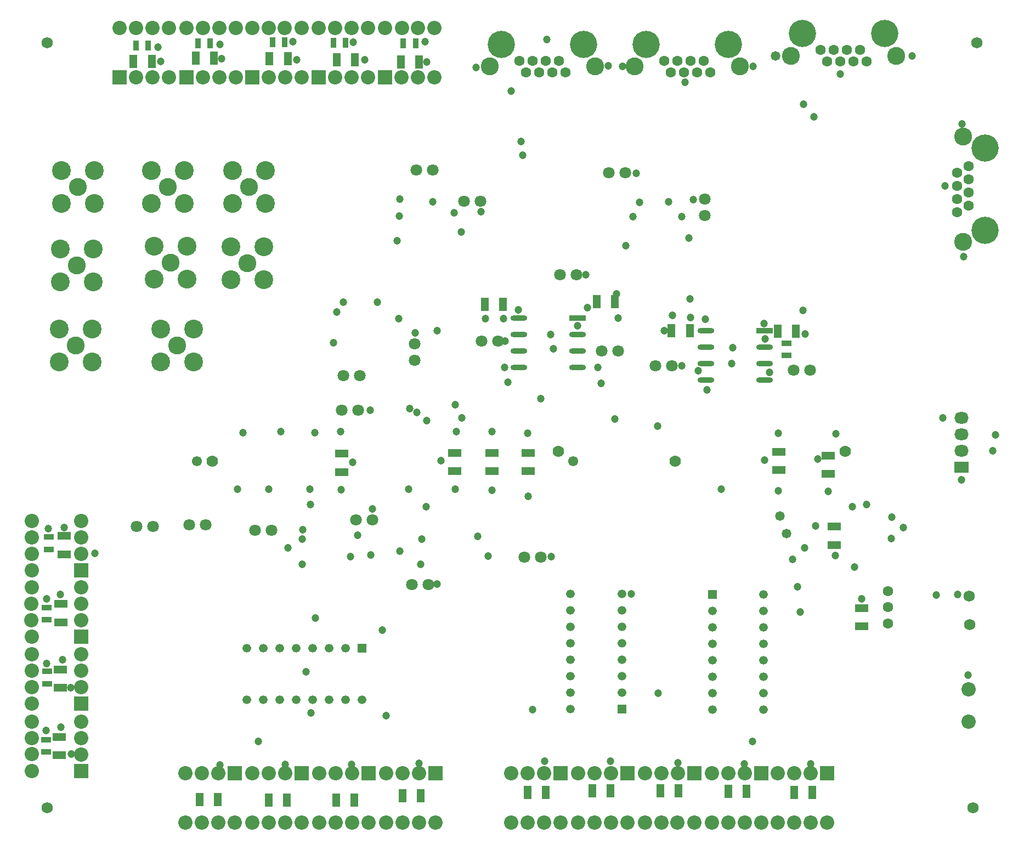
<source format=gbs>
G04*
G04 #@! TF.GenerationSoftware,Altium Limited,Altium Designer,20.1.8 (145)*
G04*
G04 Layer_Color=16711935*
%FSLAX25Y25*%
%MOIN*%
G70*
G04*
G04 #@! TF.SameCoordinates,44B5AA11-E380-4430-9A95-22E2941CD606*
G04*
G04*
G04 #@! TF.FilePolarity,Negative*
G04*
G01*
G75*
%ADD35R,0.04816X0.07965*%
%ADD36R,0.07965X0.04816*%
%ADD39O,0.10052X0.03359*%
%ADD40R,0.10052X0.03359*%
%ADD41R,0.03556X0.05918*%
%ADD48C,0.08674*%
%ADD49R,0.08674X0.08674*%
%ADD50C,0.06312*%
%ADD51C,0.16548*%
%ADD52C,0.10918*%
%ADD53C,0.07099*%
%ADD54R,0.08674X0.08674*%
%ADD55C,0.06800*%
%ADD56R,0.05249X0.05249*%
%ADD57C,0.05249*%
%ADD58R,0.08674X0.07099*%
%ADD59O,0.08674X0.07099*%
%ADD60R,0.05249X0.05249*%
%ADD61C,0.06107*%
%ADD62C,0.07000*%
%ADD63C,0.11430*%
%ADD64C,0.04737*%
%ADD65C,0.05800*%
%ADD87R,0.05918X0.03556*%
D35*
X283976Y323500D02*
D03*
X295000D02*
D03*
X397476Y307500D02*
D03*
X408500D02*
D03*
X473012Y307000D02*
D03*
X461988D02*
D03*
X320866Y26772D02*
D03*
X309842D02*
D03*
X360236Y27953D02*
D03*
X349213D02*
D03*
X401575D02*
D03*
X390551D02*
D03*
X442913Y27559D02*
D03*
X431890D02*
D03*
X483071Y26772D02*
D03*
X472047D02*
D03*
X121653Y22441D02*
D03*
X110630D02*
D03*
X163779Y22047D02*
D03*
X152756D02*
D03*
X204724D02*
D03*
X193701D02*
D03*
X244882Y24803D02*
D03*
X233858D02*
D03*
X70472Y471260D02*
D03*
X81496D02*
D03*
X108268Y473228D02*
D03*
X119291D02*
D03*
X153150Y472835D02*
D03*
X164173D02*
D03*
X194095Y472047D02*
D03*
X205118D02*
D03*
X233071Y470866D02*
D03*
X244094D02*
D03*
X351988Y325000D02*
D03*
X363012D02*
D03*
D36*
X28346Y171653D02*
D03*
Y182677D02*
D03*
X26378Y130315D02*
D03*
Y141339D02*
D03*
X25984Y90551D02*
D03*
Y101575D02*
D03*
X25197Y49606D02*
D03*
Y60630D02*
D03*
X512992Y138976D02*
D03*
Y127953D02*
D03*
X496453Y177299D02*
D03*
Y188323D02*
D03*
X196850Y221654D02*
D03*
Y232677D02*
D03*
X462598Y222835D02*
D03*
Y233858D02*
D03*
X492520Y220472D02*
D03*
Y231496D02*
D03*
X310236Y233071D02*
D03*
Y222047D02*
D03*
X265748Y233071D02*
D03*
Y222047D02*
D03*
X288189Y233071D02*
D03*
Y222047D02*
D03*
D39*
X454000Y297500D02*
D03*
Y287500D02*
D03*
Y277500D02*
D03*
X418173Y307500D02*
D03*
Y297500D02*
D03*
Y287500D02*
D03*
Y277500D02*
D03*
X340327Y305000D02*
D03*
Y295000D02*
D03*
Y285000D02*
D03*
X304500Y315000D02*
D03*
Y305000D02*
D03*
Y295000D02*
D03*
Y285000D02*
D03*
D40*
X454000Y307500D02*
D03*
X340327Y315000D02*
D03*
D41*
X71850Y480709D02*
D03*
X79331D02*
D03*
X109646Y482283D02*
D03*
X117126D02*
D03*
X154921Y482677D02*
D03*
X162402D02*
D03*
X191831Y482382D02*
D03*
X199311D02*
D03*
X234449Y482283D02*
D03*
X241929D02*
D03*
D48*
X8500Y181882D02*
D03*
Y171941D02*
D03*
X8520Y191902D02*
D03*
Y161902D02*
D03*
X38520Y191902D02*
D03*
Y181902D02*
D03*
Y171902D02*
D03*
X577953Y69685D02*
D03*
Y89370D02*
D03*
X481890Y38484D02*
D03*
X471890D02*
D03*
X461890D02*
D03*
X491890Y8484D02*
D03*
X461890D02*
D03*
X481850Y8465D02*
D03*
X471910D02*
D03*
X431890D02*
D03*
X441831D02*
D03*
X421870Y8484D02*
D03*
X451870D02*
D03*
X421870Y38484D02*
D03*
X431870D02*
D03*
X441870D02*
D03*
X401181Y38583D02*
D03*
X391181D02*
D03*
X381181D02*
D03*
X411181Y8583D02*
D03*
X381181D02*
D03*
X401142Y8563D02*
D03*
X391201D02*
D03*
X350650D02*
D03*
X360591D02*
D03*
X340630Y8583D02*
D03*
X370630D02*
D03*
X340630Y38583D02*
D03*
X350630D02*
D03*
X360630D02*
D03*
X320079D02*
D03*
X310079D02*
D03*
X300079D02*
D03*
X330079Y8583D02*
D03*
X300079D02*
D03*
X320039Y8563D02*
D03*
X310098D02*
D03*
X111909D02*
D03*
X121850D02*
D03*
X101890Y8583D02*
D03*
X131890D02*
D03*
X101890Y38583D02*
D03*
X111890D02*
D03*
X121890D02*
D03*
X162598D02*
D03*
X152598D02*
D03*
X142598D02*
D03*
X172598Y8583D02*
D03*
X142598D02*
D03*
X162559Y8563D02*
D03*
X152618D02*
D03*
X193327D02*
D03*
X203268D02*
D03*
X183307Y8583D02*
D03*
X213307D02*
D03*
X183307Y38583D02*
D03*
X193307D02*
D03*
X203307D02*
D03*
X244094D02*
D03*
X234095D02*
D03*
X224095D02*
D03*
X254095Y8583D02*
D03*
X224095D02*
D03*
X244055Y8563D02*
D03*
X234114D02*
D03*
X243441Y491500D02*
D03*
X233500D02*
D03*
X253461Y491480D02*
D03*
X223461D02*
D03*
X253461Y461480D02*
D03*
X243461D02*
D03*
X233461D02*
D03*
X112520D02*
D03*
X122520D02*
D03*
X132520D02*
D03*
X102520Y491480D02*
D03*
X132520D02*
D03*
X112559Y491500D02*
D03*
X122500D02*
D03*
X162480Y491520D02*
D03*
X152539D02*
D03*
X172500Y491500D02*
D03*
X142500D02*
D03*
X172500Y461500D02*
D03*
X162500D02*
D03*
X152500D02*
D03*
X72020Y461480D02*
D03*
X82020D02*
D03*
X92020D02*
D03*
X62020Y491480D02*
D03*
X92020D02*
D03*
X72059Y491500D02*
D03*
X82000D02*
D03*
X203000D02*
D03*
X193059D02*
D03*
X213020Y491480D02*
D03*
X183020D02*
D03*
X213020Y461480D02*
D03*
X203020D02*
D03*
X193020D02*
D03*
X8555Y100787D02*
D03*
Y90847D02*
D03*
X8575Y110807D02*
D03*
Y80807D02*
D03*
X38575Y110807D02*
D03*
Y100807D02*
D03*
Y90807D02*
D03*
X38500Y131441D02*
D03*
Y141441D02*
D03*
Y151441D02*
D03*
X8500Y121441D02*
D03*
Y151441D02*
D03*
X8480Y131480D02*
D03*
Y141421D02*
D03*
X8555Y59941D02*
D03*
Y50000D02*
D03*
X8575Y69961D02*
D03*
Y39961D02*
D03*
X38575Y69961D02*
D03*
Y59961D02*
D03*
Y49961D02*
D03*
D49*
X38520Y161902D02*
D03*
X38575Y80807D02*
D03*
X38500Y121441D02*
D03*
X38575Y39961D02*
D03*
D50*
X421079Y464492D02*
D03*
X413047D02*
D03*
X405016D02*
D03*
X396984D02*
D03*
X417063Y471500D02*
D03*
X409031D02*
D03*
X401000D02*
D03*
X392969D02*
D03*
X333000Y464500D02*
D03*
X324969D02*
D03*
X316937D02*
D03*
X308906D02*
D03*
X328984Y471508D02*
D03*
X320953D02*
D03*
X312921D02*
D03*
X304890D02*
D03*
X570992Y379453D02*
D03*
Y387484D02*
D03*
Y395516D02*
D03*
Y403547D02*
D03*
X578000Y383469D02*
D03*
Y391500D02*
D03*
Y399532D02*
D03*
Y407563D02*
D03*
X516079Y470992D02*
D03*
X508047D02*
D03*
X500016D02*
D03*
X491984D02*
D03*
X512063Y478000D02*
D03*
X504032D02*
D03*
X496000D02*
D03*
X487968D02*
D03*
X529134Y129528D02*
D03*
Y139370D02*
D03*
Y149213D02*
D03*
D51*
X432063Y481500D02*
D03*
X382063D02*
D03*
X343984Y481508D02*
D03*
X293984D02*
D03*
X588000Y368468D02*
D03*
Y418469D02*
D03*
X527063Y488000D02*
D03*
X477063D02*
D03*
D52*
X439071Y467996D02*
D03*
X375055D02*
D03*
X350992Y468004D02*
D03*
X286976D02*
D03*
X574496Y361461D02*
D03*
Y425476D02*
D03*
X534071Y474496D02*
D03*
X470055D02*
D03*
X93071Y348661D02*
D03*
X140551Y394882D02*
D03*
X139764Y348425D02*
D03*
X36614Y394882D02*
D03*
X96850Y298425D02*
D03*
X35433D02*
D03*
X36063Y347008D02*
D03*
X91339Y394882D02*
D03*
D53*
X417717Y387402D02*
D03*
Y377402D02*
D03*
X397795Y286221D02*
D03*
X387795D02*
D03*
X154488Y186221D02*
D03*
X144488D02*
D03*
X215512Y192520D02*
D03*
X205512D02*
D03*
X207874Y280315D02*
D03*
X197874D02*
D03*
X249606Y153150D02*
D03*
X239606D02*
D03*
X481653Y283465D02*
D03*
X471654D02*
D03*
X365000Y295000D02*
D03*
X355000D02*
D03*
X207087Y259055D02*
D03*
X197087D02*
D03*
X241339Y299370D02*
D03*
Y289370D02*
D03*
X292126Y301181D02*
D03*
X282126D02*
D03*
X359291Y403543D02*
D03*
X369291D02*
D03*
X242362Y405118D02*
D03*
X252362D02*
D03*
X329528Y341339D02*
D03*
X339528D02*
D03*
X271260Y386221D02*
D03*
X281260D02*
D03*
X104173Y189370D02*
D03*
X114173D02*
D03*
X72284Y188583D02*
D03*
X82284D02*
D03*
X308110Y169685D02*
D03*
X318110D02*
D03*
D54*
X491890Y38484D02*
D03*
X451870D02*
D03*
X411181Y38583D02*
D03*
X370630D02*
D03*
X330079D02*
D03*
X131890D02*
D03*
X172598D02*
D03*
X213307D02*
D03*
X254095D02*
D03*
X223461Y461480D02*
D03*
X102520D02*
D03*
X142500Y461500D02*
D03*
X62020Y461480D02*
D03*
X183020D02*
D03*
D55*
X578346Y146063D02*
D03*
X578740Y128740D02*
D03*
X18087Y17400D02*
D03*
Y482400D02*
D03*
X583087D02*
D03*
X580587Y17400D02*
D03*
D56*
X209409Y114449D02*
D03*
D57*
X199409D02*
D03*
X189409D02*
D03*
X179409D02*
D03*
X169409D02*
D03*
X159409D02*
D03*
X149409D02*
D03*
X139409D02*
D03*
Y83189D02*
D03*
X149409D02*
D03*
X159409D02*
D03*
X169409D02*
D03*
X179409D02*
D03*
X189409D02*
D03*
X199409D02*
D03*
X209409D02*
D03*
X422165Y137205D02*
D03*
Y127205D02*
D03*
Y117205D02*
D03*
Y107205D02*
D03*
Y97205D02*
D03*
Y87205D02*
D03*
Y77205D02*
D03*
X453425D02*
D03*
Y87205D02*
D03*
Y97205D02*
D03*
Y107205D02*
D03*
Y117205D02*
D03*
Y127205D02*
D03*
Y137205D02*
D03*
Y147205D02*
D03*
X367205Y87598D02*
D03*
Y97598D02*
D03*
Y107598D02*
D03*
Y117598D02*
D03*
Y127598D02*
D03*
Y137598D02*
D03*
Y147598D02*
D03*
X335945D02*
D03*
Y137598D02*
D03*
Y127598D02*
D03*
Y117598D02*
D03*
Y107598D02*
D03*
Y97598D02*
D03*
Y87598D02*
D03*
Y77598D02*
D03*
D58*
X573551Y224449D02*
D03*
D59*
Y234449D02*
D03*
Y244449D02*
D03*
Y254449D02*
D03*
D60*
X422165Y147205D02*
D03*
X367205Y77598D02*
D03*
D61*
X337804Y228193D02*
D03*
X109063D02*
D03*
D62*
X502835Y234098D02*
D03*
X399685Y228193D02*
D03*
X328552Y234098D02*
D03*
X118315Y228193D02*
D03*
D63*
X83071Y338661D02*
D03*
X103071D02*
D03*
Y358661D02*
D03*
X83071D02*
D03*
X130551Y384882D02*
D03*
X150551D02*
D03*
Y404882D02*
D03*
X130551D02*
D03*
X129764Y338425D02*
D03*
X149764D02*
D03*
Y358425D02*
D03*
X129764D02*
D03*
X26614Y384882D02*
D03*
X46614D02*
D03*
Y404882D02*
D03*
X26614D02*
D03*
X86850Y288425D02*
D03*
X106850D02*
D03*
Y308425D02*
D03*
X86850D02*
D03*
X25433Y288425D02*
D03*
X45433D02*
D03*
Y308425D02*
D03*
X25433D02*
D03*
X26063Y337008D02*
D03*
X46063D02*
D03*
Y357008D02*
D03*
X26063D02*
D03*
X81339Y384882D02*
D03*
X101339D02*
D03*
Y404882D02*
D03*
X81339D02*
D03*
D64*
X558268Y146850D02*
D03*
X571260Y147244D02*
D03*
X194095Y318898D02*
D03*
X181102Y132677D02*
D03*
X237606Y211107D02*
D03*
X87008Y471260D02*
D03*
X17323Y64567D02*
D03*
X26378Y66535D02*
D03*
X17717Y105118D02*
D03*
X27165Y107480D02*
D03*
X17717Y144488D02*
D03*
X25984Y147244D02*
D03*
X28346Y187795D02*
D03*
X18504Y187008D02*
D03*
X85433Y479921D02*
D03*
X122835Y481496D02*
D03*
X124016Y472835D02*
D03*
X248819Y470866D02*
D03*
X247638Y483071D02*
D03*
X211024Y472047D02*
D03*
X203839Y482776D02*
D03*
X169685Y472047D02*
D03*
X167323Y483071D02*
D03*
X538189Y187795D02*
D03*
X531453Y194311D02*
D03*
X515993Y201820D02*
D03*
X496850Y170866D02*
D03*
X512992Y144488D02*
D03*
X594488Y244094D02*
D03*
X592520Y234646D02*
D03*
X203543Y227559D02*
D03*
X462247Y245317D02*
D03*
X257343Y228603D02*
D03*
X266756Y246063D02*
D03*
X310047Y245278D02*
D03*
X283858Y323622D02*
D03*
X284252Y314961D02*
D03*
X478346Y175591D02*
D03*
X196457Y246063D02*
D03*
X202362Y170079D02*
D03*
X453937Y228740D02*
D03*
X486221Y229528D02*
D03*
X497316Y244765D02*
D03*
X573622Y216929D02*
D03*
X530953Y181311D02*
D03*
X507480Y200394D02*
D03*
X172850Y180709D02*
D03*
X173228Y186614D02*
D03*
X206693Y183071D02*
D03*
X245669Y180709D02*
D03*
X279506Y182655D02*
D03*
X285827Y170472D02*
D03*
X288189Y246063D02*
D03*
X407874Y363779D02*
D03*
X403543Y376772D02*
D03*
X374016D02*
D03*
X377953Y385433D02*
D03*
X269685Y367323D02*
D03*
X265354Y379134D02*
D03*
X231890Y377165D02*
D03*
X232283Y387402D02*
D03*
X198031Y324803D02*
D03*
X231496Y314961D02*
D03*
X32677Y50000D02*
D03*
X446520Y57926D02*
D03*
X475591Y136614D02*
D03*
X340157Y310629D02*
D03*
X295276Y314961D02*
D03*
X324000Y305000D02*
D03*
X363851Y329881D02*
D03*
X365000Y315000D02*
D03*
X408661Y326772D02*
D03*
X409055Y315354D02*
D03*
X454331Y302362D02*
D03*
X477262Y319818D02*
D03*
X478517Y305483D02*
D03*
X312992Y77165D02*
D03*
X224016Y73622D02*
D03*
X474016Y151969D02*
D03*
X346457Y321654D02*
D03*
X389370Y87008D02*
D03*
X372835Y147638D02*
D03*
X398031Y316717D02*
D03*
X123013Y43523D02*
D03*
X146315Y57874D02*
D03*
X214567Y171260D02*
D03*
X232283Y173594D02*
D03*
X215748Y199213D02*
D03*
X288402Y210630D02*
D03*
X230500Y362000D02*
D03*
X192000Y300000D02*
D03*
X180812Y245382D02*
D03*
X196514Y210961D02*
D03*
X248819Y252791D02*
D03*
X270000Y254547D02*
D03*
X362874Y253740D02*
D03*
X388976Y249606D02*
D03*
X427638Y211107D02*
D03*
X136912Y245374D02*
D03*
X133669Y211107D02*
D03*
X160128Y246203D02*
D03*
X152567Y211107D02*
D03*
X177764D02*
D03*
X457086Y282283D02*
D03*
X413779Y283070D02*
D03*
X310236Y206693D02*
D03*
X462205Y210236D02*
D03*
X304331Y320079D02*
D03*
X265953Y211107D02*
D03*
X324410Y170079D02*
D03*
X492520Y209842D02*
D03*
X178347Y75197D02*
D03*
X175197Y100000D02*
D03*
X164173Y175591D02*
D03*
X177953Y201969D02*
D03*
X172850Y165500D02*
D03*
X255118Y153543D02*
D03*
X214173Y259055D02*
D03*
X242610Y257830D02*
D03*
X238342Y260312D02*
D03*
X296457Y301181D02*
D03*
X281496Y379921D02*
D03*
X410630Y387008D02*
D03*
X345276Y341339D02*
D03*
X403543Y286221D02*
D03*
X375984Y403150D02*
D03*
X241732Y306299D02*
D03*
X508661Y163779D02*
D03*
X470866Y168504D02*
D03*
X248425Y200394D02*
D03*
X244094Y44488D02*
D03*
X203150Y43701D02*
D03*
X218504Y324803D02*
D03*
X577559Y98032D02*
D03*
X418110Y314567D02*
D03*
X453543Y311748D02*
D03*
X562205Y254331D02*
D03*
X574000Y433000D02*
D03*
X395669Y385827D02*
D03*
X252362D02*
D03*
X481890Y44094D02*
D03*
X441732D02*
D03*
X401181Y44882D02*
D03*
X360236Y45669D02*
D03*
X320472D02*
D03*
X32283Y90551D02*
D03*
X46850Y172047D02*
D03*
X325813Y296391D02*
D03*
X419000Y271500D02*
D03*
X354500Y275500D02*
D03*
X352500Y285000D02*
D03*
X318110Y266142D02*
D03*
X266047Y262453D02*
D03*
X162598Y43701D02*
D03*
X221654Y125591D02*
D03*
X393000Y307500D02*
D03*
X307000Y414000D02*
D03*
X306000Y422500D02*
D03*
X369500Y359000D02*
D03*
X255000Y307500D02*
D03*
X245000Y165500D02*
D03*
X298000Y276000D02*
D03*
X278500Y467500D02*
D03*
X405500Y458500D02*
D03*
X447000Y468000D02*
D03*
X367500D02*
D03*
X359000Y468500D02*
D03*
X321500Y484500D02*
D03*
X300000Y453000D02*
D03*
X296000Y285000D02*
D03*
X484000Y437500D02*
D03*
X477500Y445000D02*
D03*
X543500Y474500D02*
D03*
X500000Y463500D02*
D03*
X563500Y395500D02*
D03*
X575000Y352500D02*
D03*
X434500Y297000D02*
D03*
X434000Y287500D02*
D03*
X484953Y188811D02*
D03*
D65*
X467323Y184252D02*
D03*
X463453Y194811D02*
D03*
X460500Y474500D02*
D03*
D87*
X17717Y139173D02*
D03*
Y131693D02*
D03*
X467323Y292323D02*
D03*
Y299803D02*
D03*
X18898Y174606D02*
D03*
Y182087D02*
D03*
X18110Y92913D02*
D03*
Y100394D02*
D03*
X17323Y51378D02*
D03*
Y58858D02*
D03*
M02*

</source>
